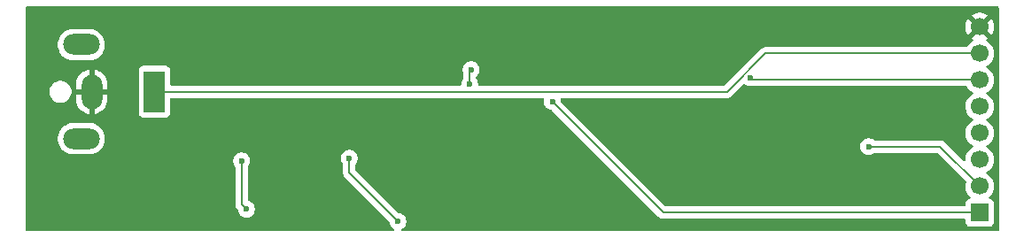
<source format=gbr>
%TF.GenerationSoftware,KiCad,Pcbnew,9.0.3*%
%TF.CreationDate,2025-11-02T19:13:38+05:00*%
%TF.ProjectId,zynq-7000-development-board,7a796e71-2d37-4303-9030-2d646576656c,rev?*%
%TF.SameCoordinates,Original*%
%TF.FileFunction,Copper,L2,Bot*%
%TF.FilePolarity,Positive*%
%FSLAX46Y46*%
G04 Gerber Fmt 4.6, Leading zero omitted, Abs format (unit mm)*
G04 Created by KiCad (PCBNEW 9.0.3) date 2025-11-02 19:13:38*
%MOMM*%
%LPD*%
G01*
G04 APERTURE LIST*
%TA.AperFunction,ComponentPad*%
%ADD10C,1.700000*%
%TD*%
%TA.AperFunction,ComponentPad*%
%ADD11R,1.700000X1.700000*%
%TD*%
%TA.AperFunction,ComponentPad*%
%ADD12R,2.000000X4.000000*%
%TD*%
%TA.AperFunction,ComponentPad*%
%ADD13O,2.000000X3.300000*%
%TD*%
%TA.AperFunction,ComponentPad*%
%ADD14O,3.500000X2.000000*%
%TD*%
%TA.AperFunction,ViaPad*%
%ADD15C,0.600000*%
%TD*%
%TA.AperFunction,Conductor*%
%ADD16C,0.200000*%
%TD*%
G04 APERTURE END LIST*
D10*
%TO.P,J2,8,Pin_8*%
%TO.N,GND*%
X196050000Y-105220000D03*
%TO.P,J2,7,Pin_7*%
%TO.N,12V*%
X196050000Y-107760000D03*
%TO.P,J2,6,Pin_6*%
%TO.N,5V*%
X196050000Y-110300000D03*
%TO.P,J2,5,Pin_5*%
%TO.N,3.3V*%
X196050000Y-112840000D03*
%TO.P,J2,4,Pin_4*%
%TO.N,1.8V*%
X196050000Y-115380000D03*
%TO.P,J2,3,Pin_3*%
%TO.N,1.5V*%
X196050000Y-117920000D03*
%TO.P,J2,2,Pin_2*%
%TO.N,1.25V*%
X196050000Y-120460000D03*
D11*
%TO.P,J2,1,Pin_1*%
%TO.N,1V*%
X196050000Y-123000000D03*
%TD*%
D12*
%TO.P,J1,1*%
%TO.N,12V*%
X117180000Y-111420000D03*
D13*
%TO.P,J1,2*%
%TO.N,GND*%
X111180000Y-111420000D03*
D14*
%TO.P,J1,MP*%
%TO.N,N/C*%
X110180000Y-106920000D03*
X110180000Y-115920000D03*
%TD*%
D15*
%TO.N,GND*%
X188240000Y-112590000D03*
X180490000Y-116350000D03*
X163660000Y-109690000D03*
%TO.N,Net-(U3-VO)*%
X147440000Y-109320000D03*
X147300000Y-110690000D03*
%TO.N,5V*%
X174110000Y-110080000D03*
%TO.N,1.8V*%
X125500000Y-118030000D03*
X125970000Y-122670000D03*
%TO.N,1.5V*%
X135790000Y-117790000D03*
X140440000Y-123850000D03*
%TO.N,1.25V*%
X185430000Y-116670000D03*
%TO.N,1V*%
X155200000Y-112380000D03*
%TD*%
D16*
%TO.N,GND*%
X163660000Y-109690000D02*
X163710000Y-109740000D01*
%TO.N,Net-(U3-VO)*%
X147300000Y-110690000D02*
X147300000Y-109460000D01*
X147300000Y-109460000D02*
X147440000Y-109320000D01*
%TO.N,12V*%
X196050000Y-107760000D02*
X175580057Y-107760000D01*
X175580057Y-107760000D02*
X171920057Y-111420000D01*
X171920057Y-111420000D02*
X117180000Y-111420000D01*
%TO.N,5V*%
X174330000Y-110300000D02*
X174110000Y-110080000D01*
X196050000Y-110300000D02*
X174330000Y-110300000D01*
%TO.N,1.8V*%
X125500000Y-122200000D02*
X125500000Y-118030000D01*
X125970000Y-122670000D02*
X125500000Y-122200000D01*
%TO.N,1.5V*%
X135790000Y-119200000D02*
X135790000Y-117790000D01*
X140440000Y-123850000D02*
X135790000Y-119200000D01*
%TO.N,1.25V*%
X192260000Y-116670000D02*
X185430000Y-116670000D01*
X196050000Y-120460000D02*
X192260000Y-116670000D01*
%TO.N,1V*%
X165820000Y-123000000D02*
X155200000Y-112380000D01*
X196050000Y-123000000D02*
X165820000Y-123000000D01*
%TD*%
%TA.AperFunction,Conductor*%
%TO.N,GND*%
G36*
X173591503Y-110700302D02*
G01*
X173617060Y-110713382D01*
X173730814Y-110789390D01*
X173730827Y-110789397D01*
X173876498Y-110849735D01*
X173876503Y-110849737D01*
X174031153Y-110880499D01*
X174031156Y-110880500D01*
X174031158Y-110880500D01*
X174159973Y-110880500D01*
X174192066Y-110884725D01*
X174201990Y-110887384D01*
X174250943Y-110900501D01*
X174250945Y-110900501D01*
X174416653Y-110900501D01*
X174416669Y-110900500D01*
X194764281Y-110900500D01*
X194831320Y-110920185D01*
X194874765Y-110968205D01*
X194894947Y-111007814D01*
X194894948Y-111007815D01*
X195019890Y-111179786D01*
X195170213Y-111330109D01*
X195342182Y-111455050D01*
X195350946Y-111459516D01*
X195401742Y-111507491D01*
X195418536Y-111575312D01*
X195395998Y-111641447D01*
X195350946Y-111680484D01*
X195342182Y-111684949D01*
X195170213Y-111809890D01*
X195019890Y-111960213D01*
X194894951Y-112132179D01*
X194798444Y-112321585D01*
X194732753Y-112523760D01*
X194699500Y-112733713D01*
X194699500Y-112946286D01*
X194731723Y-113149738D01*
X194732754Y-113156243D01*
X194740680Y-113180638D01*
X194798444Y-113358414D01*
X194894951Y-113547820D01*
X195019890Y-113719786D01*
X195170213Y-113870109D01*
X195342182Y-113995050D01*
X195350946Y-113999516D01*
X195401742Y-114047491D01*
X195418536Y-114115312D01*
X195395998Y-114181447D01*
X195350946Y-114220484D01*
X195342182Y-114224949D01*
X195170213Y-114349890D01*
X195019890Y-114500213D01*
X194894951Y-114672179D01*
X194798444Y-114861585D01*
X194732753Y-115063760D01*
X194699500Y-115273713D01*
X194699500Y-115486286D01*
X194732753Y-115696239D01*
X194798444Y-115898414D01*
X194894951Y-116087820D01*
X195019890Y-116259786D01*
X195170213Y-116410109D01*
X195342182Y-116535050D01*
X195350946Y-116539516D01*
X195401742Y-116587491D01*
X195418536Y-116655312D01*
X195395998Y-116721447D01*
X195350946Y-116760484D01*
X195342182Y-116764949D01*
X195170213Y-116889890D01*
X195019890Y-117040213D01*
X194894951Y-117212179D01*
X194798444Y-117401585D01*
X194732753Y-117603760D01*
X194699500Y-117813713D01*
X194699500Y-117960903D01*
X194679815Y-118027942D01*
X194627011Y-118073697D01*
X194557853Y-118083641D01*
X194494297Y-118054616D01*
X194487819Y-118048584D01*
X192747590Y-116308355D01*
X192747588Y-116308352D01*
X192628717Y-116189481D01*
X192628716Y-116189480D01*
X192541904Y-116139360D01*
X192541904Y-116139359D01*
X192541900Y-116139358D01*
X192491785Y-116110423D01*
X192339057Y-116069499D01*
X192180943Y-116069499D01*
X192173347Y-116069499D01*
X192173331Y-116069500D01*
X186009766Y-116069500D01*
X185942727Y-116049815D01*
X185940875Y-116048602D01*
X185809185Y-115960609D01*
X185809172Y-115960602D01*
X185663501Y-115900264D01*
X185663489Y-115900261D01*
X185508845Y-115869500D01*
X185508842Y-115869500D01*
X185351158Y-115869500D01*
X185351155Y-115869500D01*
X185196510Y-115900261D01*
X185196498Y-115900264D01*
X185050827Y-115960602D01*
X185050814Y-115960609D01*
X184919711Y-116048210D01*
X184919707Y-116048213D01*
X184808213Y-116159707D01*
X184808210Y-116159711D01*
X184720609Y-116290814D01*
X184720602Y-116290827D01*
X184660264Y-116436498D01*
X184660261Y-116436510D01*
X184629500Y-116591153D01*
X184629500Y-116748846D01*
X184660261Y-116903489D01*
X184660264Y-116903501D01*
X184720602Y-117049172D01*
X184720609Y-117049185D01*
X184808210Y-117180288D01*
X184808213Y-117180292D01*
X184919707Y-117291786D01*
X184919711Y-117291789D01*
X185050814Y-117379390D01*
X185050827Y-117379397D01*
X185150060Y-117420500D01*
X185196503Y-117439737D01*
X185351153Y-117470499D01*
X185351156Y-117470500D01*
X185351158Y-117470500D01*
X185508844Y-117470500D01*
X185508845Y-117470499D01*
X185663497Y-117439737D01*
X185809179Y-117379394D01*
X185897157Y-117320609D01*
X185940875Y-117291398D01*
X186007553Y-117270520D01*
X186009766Y-117270500D01*
X191959903Y-117270500D01*
X192026942Y-117290185D01*
X192047584Y-117306819D01*
X194716241Y-119975476D01*
X194749726Y-120036799D01*
X194746492Y-120101473D01*
X194732753Y-120143757D01*
X194699500Y-120353713D01*
X194699500Y-120566286D01*
X194732753Y-120776239D01*
X194798444Y-120978414D01*
X194894951Y-121167820D01*
X195019890Y-121339786D01*
X195133430Y-121453326D01*
X195166915Y-121514649D01*
X195161931Y-121584341D01*
X195120059Y-121640274D01*
X195089083Y-121657189D01*
X194957669Y-121706203D01*
X194957664Y-121706206D01*
X194842455Y-121792452D01*
X194842452Y-121792455D01*
X194756206Y-121907664D01*
X194756202Y-121907671D01*
X194705908Y-122042517D01*
X194699501Y-122102116D01*
X194699501Y-122102123D01*
X194699500Y-122102135D01*
X194699500Y-122275500D01*
X194679815Y-122342539D01*
X194627011Y-122388294D01*
X194575500Y-122399500D01*
X166120097Y-122399500D01*
X166053058Y-122379815D01*
X166032416Y-122363181D01*
X156034574Y-112365339D01*
X156025511Y-112348741D01*
X156012380Y-112335133D01*
X156001974Y-112305638D01*
X156001089Y-112304016D01*
X156000638Y-112301849D01*
X155974151Y-112168691D01*
X155980378Y-112099100D01*
X156023241Y-112043922D01*
X156089131Y-112020678D01*
X156095768Y-112020500D01*
X171833388Y-112020500D01*
X171833404Y-112020501D01*
X171841000Y-112020501D01*
X171999111Y-112020501D01*
X171999114Y-112020501D01*
X172151842Y-111979577D01*
X172201961Y-111950639D01*
X172288773Y-111900520D01*
X172400577Y-111788716D01*
X172400577Y-111788714D01*
X172410785Y-111778507D01*
X172410786Y-111778504D01*
X173460490Y-110728801D01*
X173521811Y-110695318D01*
X173591503Y-110700302D01*
G37*
%TD.AperFunction*%
%TA.AperFunction,Conductor*%
G36*
X197822539Y-103280185D02*
G01*
X197868294Y-103332989D01*
X197879500Y-103384500D01*
X197879500Y-124655500D01*
X197859815Y-124722539D01*
X197807011Y-124768294D01*
X197755500Y-124779500D01*
X140898541Y-124779500D01*
X140831502Y-124759815D01*
X140785747Y-124707011D01*
X140775803Y-124637853D01*
X140804828Y-124574297D01*
X140829650Y-124552398D01*
X140881661Y-124517644D01*
X140950289Y-124471789D01*
X141061789Y-124360289D01*
X141149394Y-124229179D01*
X141209737Y-124083497D01*
X141240500Y-123928842D01*
X141240500Y-123771158D01*
X141240500Y-123771155D01*
X141240499Y-123771153D01*
X141209738Y-123616510D01*
X141209737Y-123616503D01*
X141203109Y-123600501D01*
X141149397Y-123470827D01*
X141149390Y-123470814D01*
X141061789Y-123339711D01*
X141061786Y-123339707D01*
X140950292Y-123228213D01*
X140950288Y-123228210D01*
X140819185Y-123140609D01*
X140819172Y-123140602D01*
X140673501Y-123080264D01*
X140673491Y-123080261D01*
X140518149Y-123049361D01*
X140456238Y-123016976D01*
X140454660Y-123015425D01*
X136426819Y-118987584D01*
X136393334Y-118926261D01*
X136390500Y-118899903D01*
X136390500Y-118369765D01*
X136410185Y-118302726D01*
X136411398Y-118300874D01*
X136499390Y-118169185D01*
X136499390Y-118169184D01*
X136499394Y-118169179D01*
X136559737Y-118023497D01*
X136590500Y-117868842D01*
X136590500Y-117711158D01*
X136590500Y-117711155D01*
X136590499Y-117711153D01*
X136559738Y-117556510D01*
X136559737Y-117556503D01*
X136559735Y-117556498D01*
X136499397Y-117410827D01*
X136499390Y-117410814D01*
X136411789Y-117279711D01*
X136411786Y-117279707D01*
X136300292Y-117168213D01*
X136300288Y-117168210D01*
X136169185Y-117080609D01*
X136169172Y-117080602D01*
X136023501Y-117020264D01*
X136023489Y-117020261D01*
X135868845Y-116989500D01*
X135868842Y-116989500D01*
X135711158Y-116989500D01*
X135711155Y-116989500D01*
X135556510Y-117020261D01*
X135556498Y-117020264D01*
X135410827Y-117080602D01*
X135410814Y-117080609D01*
X135279711Y-117168210D01*
X135279707Y-117168213D01*
X135168213Y-117279707D01*
X135168210Y-117279711D01*
X135080609Y-117410814D01*
X135080602Y-117410827D01*
X135020264Y-117556498D01*
X135020261Y-117556510D01*
X134989500Y-117711153D01*
X134989500Y-117868846D01*
X135020261Y-118023489D01*
X135020264Y-118023501D01*
X135080602Y-118169172D01*
X135080609Y-118169185D01*
X135168602Y-118300874D01*
X135189480Y-118367551D01*
X135189500Y-118369765D01*
X135189500Y-119113330D01*
X135189499Y-119113348D01*
X135189499Y-119279054D01*
X135189498Y-119279054D01*
X135230423Y-119431785D01*
X135259358Y-119481900D01*
X135259359Y-119481904D01*
X135259360Y-119481904D01*
X135309479Y-119568714D01*
X135309481Y-119568717D01*
X135428349Y-119687585D01*
X135428355Y-119687590D01*
X139605425Y-123864660D01*
X139638910Y-123925983D01*
X139639361Y-123928149D01*
X139670261Y-124083491D01*
X139670264Y-124083501D01*
X139730602Y-124229172D01*
X139730609Y-124229185D01*
X139818210Y-124360288D01*
X139818213Y-124360292D01*
X139929707Y-124471786D01*
X139929711Y-124471789D01*
X140050350Y-124552398D01*
X140095155Y-124606010D01*
X140103862Y-124675335D01*
X140073708Y-124738363D01*
X140014264Y-124775082D01*
X139981459Y-124779500D01*
X104964500Y-124779500D01*
X104897461Y-124759815D01*
X104851706Y-124707011D01*
X104840500Y-124655500D01*
X104840500Y-117951153D01*
X124699500Y-117951153D01*
X124699500Y-118108846D01*
X124730261Y-118263489D01*
X124730264Y-118263501D01*
X124790602Y-118409172D01*
X124790609Y-118409185D01*
X124878602Y-118540874D01*
X124899480Y-118607551D01*
X124899500Y-118609765D01*
X124899500Y-122113330D01*
X124899499Y-122113348D01*
X124899499Y-122279054D01*
X124899498Y-122279054D01*
X124940424Y-122431789D01*
X124940425Y-122431790D01*
X124968407Y-122480255D01*
X124968409Y-122480257D01*
X125019479Y-122568714D01*
X125019481Y-122568717D01*
X125135426Y-122684662D01*
X125168911Y-122745985D01*
X125169362Y-122748151D01*
X125200261Y-122903491D01*
X125200264Y-122903501D01*
X125260602Y-123049172D01*
X125260609Y-123049185D01*
X125348210Y-123180288D01*
X125348213Y-123180292D01*
X125459707Y-123291786D01*
X125459711Y-123291789D01*
X125590814Y-123379390D01*
X125590827Y-123379397D01*
X125736498Y-123439735D01*
X125736503Y-123439737D01*
X125891153Y-123470499D01*
X125891156Y-123470500D01*
X125891158Y-123470500D01*
X126048844Y-123470500D01*
X126048845Y-123470499D01*
X126203497Y-123439737D01*
X126349179Y-123379394D01*
X126480289Y-123291789D01*
X126591789Y-123180289D01*
X126679394Y-123049179D01*
X126739737Y-122903497D01*
X126770500Y-122748842D01*
X126770500Y-122591158D01*
X126770500Y-122591155D01*
X126770499Y-122591153D01*
X126739738Y-122436510D01*
X126739737Y-122436503D01*
X126724410Y-122399500D01*
X126679397Y-122290827D01*
X126679390Y-122290814D01*
X126591789Y-122159711D01*
X126591786Y-122159707D01*
X126480292Y-122048213D01*
X126480288Y-122048210D01*
X126349185Y-121960609D01*
X126349172Y-121960602D01*
X126203501Y-121900264D01*
X126203487Y-121900260D01*
X126200304Y-121899627D01*
X126198791Y-121898835D01*
X126197665Y-121898494D01*
X126197729Y-121898280D01*
X126138394Y-121867240D01*
X126103822Y-121806523D01*
X126100500Y-121778011D01*
X126100500Y-118609765D01*
X126120185Y-118542726D01*
X126121398Y-118540874D01*
X126209390Y-118409185D01*
X126209390Y-118409184D01*
X126209394Y-118409179D01*
X126269737Y-118263497D01*
X126300500Y-118108842D01*
X126300500Y-117951158D01*
X126300500Y-117951155D01*
X126300499Y-117951153D01*
X126284127Y-117868846D01*
X126269737Y-117796503D01*
X126269735Y-117796498D01*
X126209397Y-117650827D01*
X126209390Y-117650814D01*
X126121789Y-117519711D01*
X126121786Y-117519707D01*
X126010292Y-117408213D01*
X126010288Y-117408210D01*
X125879185Y-117320609D01*
X125879172Y-117320602D01*
X125733501Y-117260264D01*
X125733489Y-117260261D01*
X125578845Y-117229500D01*
X125578842Y-117229500D01*
X125421158Y-117229500D01*
X125421155Y-117229500D01*
X125266510Y-117260261D01*
X125266498Y-117260264D01*
X125120827Y-117320602D01*
X125120814Y-117320609D01*
X124989711Y-117408210D01*
X124989707Y-117408213D01*
X124878213Y-117519707D01*
X124878210Y-117519711D01*
X124790609Y-117650814D01*
X124790602Y-117650827D01*
X124730264Y-117796498D01*
X124730261Y-117796510D01*
X124699500Y-117951153D01*
X104840500Y-117951153D01*
X104840500Y-115801902D01*
X107929500Y-115801902D01*
X107929500Y-116038097D01*
X107966446Y-116271368D01*
X108039433Y-116495996D01*
X108127300Y-116668443D01*
X108146657Y-116706433D01*
X108285483Y-116897510D01*
X108452490Y-117064517D01*
X108643567Y-117203343D01*
X108694903Y-117229500D01*
X108854003Y-117310566D01*
X108854005Y-117310566D01*
X108854008Y-117310568D01*
X108974412Y-117349689D01*
X109078631Y-117383553D01*
X109311903Y-117420500D01*
X109311908Y-117420500D01*
X111048097Y-117420500D01*
X111281368Y-117383553D01*
X111294180Y-117379390D01*
X111505992Y-117310568D01*
X111716433Y-117203343D01*
X111907510Y-117064517D01*
X112074517Y-116897510D01*
X112213343Y-116706433D01*
X112320568Y-116495992D01*
X112393553Y-116271368D01*
X112411238Y-116159711D01*
X112430500Y-116038097D01*
X112430500Y-115801902D01*
X112393553Y-115568631D01*
X112320566Y-115344003D01*
X112213342Y-115133566D01*
X112074517Y-114942490D01*
X111907510Y-114775483D01*
X111716433Y-114636657D01*
X111505996Y-114529433D01*
X111281368Y-114456446D01*
X111048097Y-114419500D01*
X111048092Y-114419500D01*
X109311908Y-114419500D01*
X109311903Y-114419500D01*
X109078631Y-114456446D01*
X108854003Y-114529433D01*
X108643566Y-114636657D01*
X108594675Y-114672179D01*
X108452490Y-114775483D01*
X108452488Y-114775485D01*
X108452487Y-114775485D01*
X108285485Y-114942487D01*
X108285485Y-114942488D01*
X108285483Y-114942490D01*
X108225862Y-115024550D01*
X108146657Y-115133566D01*
X108039433Y-115344003D01*
X107966446Y-115568631D01*
X107929500Y-115801902D01*
X104840500Y-115801902D01*
X104840500Y-111316530D01*
X107129500Y-111316530D01*
X107129500Y-111523469D01*
X107169868Y-111726412D01*
X107169870Y-111726420D01*
X107249058Y-111917596D01*
X107364024Y-112089657D01*
X107510342Y-112235975D01*
X107510345Y-112235977D01*
X107682402Y-112350941D01*
X107873580Y-112430130D01*
X108074519Y-112470099D01*
X108076530Y-112470499D01*
X108076534Y-112470500D01*
X108076535Y-112470500D01*
X108283466Y-112470500D01*
X108283467Y-112470499D01*
X108486420Y-112430130D01*
X108677598Y-112350941D01*
X108849655Y-112235977D01*
X108995977Y-112089655D01*
X109110941Y-111917598D01*
X109190130Y-111726420D01*
X109230500Y-111523465D01*
X109230500Y-111316535D01*
X109190130Y-111113580D01*
X109110941Y-110922402D01*
X108995977Y-110750345D01*
X108995975Y-110750342D01*
X108897580Y-110651947D01*
X109680000Y-110651947D01*
X109680000Y-111170000D01*
X110680000Y-111170000D01*
X110680000Y-111670000D01*
X109680000Y-111670000D01*
X109680000Y-112188052D01*
X109716934Y-112421247D01*
X109789897Y-112645802D01*
X109897085Y-112856171D01*
X110035866Y-113047186D01*
X110202813Y-113214133D01*
X110393828Y-113352914D01*
X110604195Y-113460102D01*
X110828744Y-113533063D01*
X110828750Y-113533065D01*
X110930000Y-113549101D01*
X110930000Y-112503012D01*
X110987007Y-112535925D01*
X111114174Y-112570000D01*
X111245826Y-112570000D01*
X111372993Y-112535925D01*
X111430000Y-112503012D01*
X111430000Y-113549100D01*
X111531249Y-113533065D01*
X111531255Y-113533063D01*
X111755804Y-113460102D01*
X111966171Y-113352914D01*
X112157186Y-113214133D01*
X112324133Y-113047186D01*
X112462914Y-112856171D01*
X112570102Y-112645802D01*
X112643065Y-112421247D01*
X112680000Y-112188052D01*
X112680000Y-111670000D01*
X111680000Y-111670000D01*
X111680000Y-111170000D01*
X112680000Y-111170000D01*
X112680000Y-110651947D01*
X112643065Y-110418752D01*
X112570102Y-110194197D01*
X112462914Y-109983828D01*
X112324133Y-109792813D01*
X112157186Y-109625866D01*
X111966171Y-109487085D01*
X111950874Y-109479291D01*
X111755802Y-109379897D01*
X111731913Y-109372135D01*
X115679500Y-109372135D01*
X115679500Y-113467870D01*
X115679501Y-113467876D01*
X115685908Y-113527483D01*
X115736202Y-113662328D01*
X115736206Y-113662335D01*
X115822452Y-113777544D01*
X115822455Y-113777547D01*
X115937664Y-113863793D01*
X115937671Y-113863797D01*
X116072517Y-113914091D01*
X116072516Y-113914091D01*
X116079444Y-113914835D01*
X116132127Y-113920500D01*
X118227872Y-113920499D01*
X118287483Y-113914091D01*
X118422331Y-113863796D01*
X118537546Y-113777546D01*
X118623796Y-113662331D01*
X118674091Y-113527483D01*
X118680500Y-113467873D01*
X118680500Y-112144500D01*
X118700185Y-112077461D01*
X118752989Y-112031706D01*
X118804500Y-112020500D01*
X154304232Y-112020500D01*
X154371271Y-112040185D01*
X154417026Y-112092989D01*
X154426970Y-112162147D01*
X154425849Y-112168692D01*
X154399500Y-112301155D01*
X154399500Y-112458846D01*
X154430261Y-112613489D01*
X154430264Y-112613501D01*
X154490602Y-112759172D01*
X154490609Y-112759185D01*
X154578210Y-112890288D01*
X154578213Y-112890292D01*
X154689707Y-113001786D01*
X154689711Y-113001789D01*
X154820814Y-113089390D01*
X154820827Y-113089397D01*
X154966498Y-113149735D01*
X154966503Y-113149737D01*
X155031147Y-113162595D01*
X155121849Y-113180638D01*
X155183760Y-113213023D01*
X155185339Y-113214574D01*
X165335139Y-123364374D01*
X165335149Y-123364385D01*
X165339479Y-123368715D01*
X165339480Y-123368716D01*
X165451284Y-123480520D01*
X165538095Y-123530639D01*
X165538097Y-123530641D01*
X165576151Y-123552611D01*
X165588215Y-123559577D01*
X165740943Y-123600501D01*
X165740946Y-123600501D01*
X165906653Y-123600501D01*
X165906669Y-123600500D01*
X194575501Y-123600500D01*
X194642540Y-123620185D01*
X194688295Y-123672989D01*
X194699501Y-123724500D01*
X194699501Y-123897876D01*
X194705908Y-123957483D01*
X194756202Y-124092328D01*
X194756206Y-124092335D01*
X194842452Y-124207544D01*
X194842455Y-124207547D01*
X194957664Y-124293793D01*
X194957671Y-124293797D01*
X195092517Y-124344091D01*
X195092516Y-124344091D01*
X195099444Y-124344835D01*
X195152127Y-124350500D01*
X196947872Y-124350499D01*
X197007483Y-124344091D01*
X197142331Y-124293796D01*
X197257546Y-124207546D01*
X197343796Y-124092331D01*
X197394091Y-123957483D01*
X197400500Y-123897873D01*
X197400499Y-122102128D01*
X197394091Y-122042517D01*
X197363541Y-121960609D01*
X197343797Y-121907671D01*
X197343793Y-121907664D01*
X197257547Y-121792455D01*
X197257544Y-121792452D01*
X197142335Y-121706206D01*
X197142328Y-121706202D01*
X197010917Y-121657189D01*
X196954983Y-121615318D01*
X196930566Y-121549853D01*
X196945418Y-121481580D01*
X196966563Y-121453332D01*
X197080104Y-121339792D01*
X197205051Y-121167816D01*
X197301557Y-120978412D01*
X197367246Y-120776243D01*
X197400500Y-120566287D01*
X197400500Y-120353713D01*
X197367246Y-120143757D01*
X197301557Y-119941588D01*
X197205051Y-119752184D01*
X197205049Y-119752181D01*
X197205048Y-119752179D01*
X197080109Y-119580213D01*
X196929786Y-119429890D01*
X196757820Y-119304951D01*
X196757115Y-119304591D01*
X196749054Y-119300485D01*
X196698259Y-119252512D01*
X196681463Y-119184692D01*
X196703999Y-119118556D01*
X196749054Y-119079515D01*
X196757816Y-119075051D01*
X196878205Y-118987584D01*
X196929786Y-118950109D01*
X196929788Y-118950106D01*
X196929792Y-118950104D01*
X197080104Y-118799792D01*
X197080106Y-118799788D01*
X197080109Y-118799786D01*
X197205048Y-118627820D01*
X197205047Y-118627820D01*
X197205051Y-118627816D01*
X197301557Y-118438412D01*
X197367246Y-118236243D01*
X197400500Y-118026287D01*
X197400500Y-117813713D01*
X197367246Y-117603757D01*
X197301557Y-117401588D01*
X197205051Y-117212184D01*
X197205049Y-117212181D01*
X197205048Y-117212179D01*
X197080109Y-117040213D01*
X196929786Y-116889890D01*
X196757820Y-116764951D01*
X196757115Y-116764591D01*
X196749054Y-116760485D01*
X196698259Y-116712512D01*
X196681463Y-116644692D01*
X196703999Y-116578556D01*
X196749054Y-116539515D01*
X196757816Y-116535051D01*
X196811571Y-116495996D01*
X196929786Y-116410109D01*
X196929788Y-116410106D01*
X196929792Y-116410104D01*
X197080104Y-116259792D01*
X197080106Y-116259788D01*
X197080109Y-116259786D01*
X197205048Y-116087820D01*
X197205047Y-116087820D01*
X197205051Y-116087816D01*
X197301557Y-115898412D01*
X197367246Y-115696243D01*
X197400500Y-115486287D01*
X197400500Y-115273713D01*
X197367246Y-115063757D01*
X197301557Y-114861588D01*
X197205051Y-114672184D01*
X197205049Y-114672181D01*
X197205048Y-114672179D01*
X197080109Y-114500213D01*
X196929786Y-114349890D01*
X196757820Y-114224951D01*
X196757115Y-114224591D01*
X196749054Y-114220485D01*
X196698259Y-114172512D01*
X196681463Y-114104692D01*
X196703999Y-114038556D01*
X196749054Y-113999515D01*
X196757816Y-113995051D01*
X196779789Y-113979086D01*
X196929786Y-113870109D01*
X196929788Y-113870106D01*
X196929792Y-113870104D01*
X197080104Y-113719792D01*
X197080106Y-113719788D01*
X197080109Y-113719786D01*
X197205048Y-113547820D01*
X197205047Y-113547820D01*
X197205051Y-113547816D01*
X197301557Y-113358412D01*
X197367246Y-113156243D01*
X197400500Y-112946287D01*
X197400500Y-112733713D01*
X197367246Y-112523757D01*
X197301557Y-112321588D01*
X197205051Y-112132184D01*
X197205049Y-112132181D01*
X197205048Y-112132179D01*
X197080109Y-111960213D01*
X196929786Y-111809890D01*
X196757820Y-111684951D01*
X196757115Y-111684591D01*
X196749054Y-111680485D01*
X196698259Y-111632512D01*
X196681463Y-111564692D01*
X196703999Y-111498556D01*
X196749054Y-111459515D01*
X196757816Y-111455051D01*
X196779789Y-111439086D01*
X196929786Y-111330109D01*
X196929788Y-111330106D01*
X196929792Y-111330104D01*
X197080104Y-111179792D01*
X197080106Y-111179788D01*
X197080109Y-111179786D01*
X197205048Y-111007820D01*
X197205047Y-111007820D01*
X197205051Y-111007816D01*
X197301557Y-110818412D01*
X197367246Y-110616243D01*
X197400500Y-110406287D01*
X197400500Y-110193713D01*
X197367246Y-109983757D01*
X197301557Y-109781588D01*
X197205051Y-109592184D01*
X197205049Y-109592181D01*
X197205048Y-109592179D01*
X197080109Y-109420213D01*
X196929786Y-109269890D01*
X196757820Y-109144951D01*
X196757115Y-109144591D01*
X196749054Y-109140485D01*
X196698259Y-109092512D01*
X196681463Y-109024692D01*
X196703999Y-108958556D01*
X196749054Y-108919515D01*
X196757816Y-108915051D01*
X196779789Y-108899086D01*
X196929786Y-108790109D01*
X196929788Y-108790106D01*
X196929792Y-108790104D01*
X197080104Y-108639792D01*
X197080106Y-108639788D01*
X197080109Y-108639786D01*
X197205048Y-108467820D01*
X197205047Y-108467820D01*
X197205051Y-108467816D01*
X197301557Y-108278412D01*
X197367246Y-108076243D01*
X197400500Y-107866287D01*
X197400500Y-107653713D01*
X197367246Y-107443757D01*
X197301557Y-107241588D01*
X197205051Y-107052184D01*
X197205049Y-107052181D01*
X197205048Y-107052179D01*
X197080109Y-106880213D01*
X196929786Y-106729890D01*
X196757817Y-106604949D01*
X196748504Y-106600204D01*
X196697707Y-106552230D01*
X196680912Y-106484409D01*
X196703449Y-106418274D01*
X196748507Y-106379232D01*
X196757555Y-106374622D01*
X196811716Y-106335270D01*
X196811717Y-106335270D01*
X196179408Y-105702962D01*
X196242993Y-105685925D01*
X196357007Y-105620099D01*
X196450099Y-105527007D01*
X196515925Y-105412993D01*
X196532962Y-105349408D01*
X197165270Y-105981717D01*
X197165270Y-105981716D01*
X197204622Y-105927554D01*
X197301095Y-105738217D01*
X197366757Y-105536130D01*
X197366757Y-105536127D01*
X197400000Y-105326246D01*
X197400000Y-105113753D01*
X197366757Y-104903872D01*
X197366757Y-104903869D01*
X197301095Y-104701782D01*
X197204624Y-104512449D01*
X197165270Y-104458282D01*
X197165269Y-104458282D01*
X196532962Y-105090590D01*
X196515925Y-105027007D01*
X196450099Y-104912993D01*
X196357007Y-104819901D01*
X196242993Y-104754075D01*
X196179409Y-104737037D01*
X196811716Y-104104728D01*
X196757550Y-104065375D01*
X196568217Y-103968904D01*
X196366129Y-103903242D01*
X196156246Y-103870000D01*
X195943754Y-103870000D01*
X195733872Y-103903242D01*
X195733869Y-103903242D01*
X195531782Y-103968904D01*
X195342439Y-104065380D01*
X195288282Y-104104727D01*
X195288282Y-104104728D01*
X195920591Y-104737037D01*
X195857007Y-104754075D01*
X195742993Y-104819901D01*
X195649901Y-104912993D01*
X195584075Y-105027007D01*
X195567037Y-105090591D01*
X194934728Y-104458282D01*
X194934727Y-104458282D01*
X194895380Y-104512439D01*
X194798904Y-104701782D01*
X194733242Y-104903869D01*
X194733242Y-104903872D01*
X194700000Y-105113753D01*
X194700000Y-105326246D01*
X194733242Y-105536127D01*
X194733242Y-105536130D01*
X194798904Y-105738217D01*
X194895375Y-105927550D01*
X194934728Y-105981716D01*
X195567037Y-105349408D01*
X195584075Y-105412993D01*
X195649901Y-105527007D01*
X195742993Y-105620099D01*
X195857007Y-105685925D01*
X195920590Y-105702962D01*
X195288282Y-106335269D01*
X195288282Y-106335270D01*
X195342452Y-106374626D01*
X195342451Y-106374626D01*
X195351495Y-106379234D01*
X195402292Y-106427208D01*
X195419087Y-106495029D01*
X195396550Y-106561164D01*
X195351499Y-106600202D01*
X195342182Y-106604949D01*
X195170213Y-106729890D01*
X195019890Y-106880213D01*
X194894948Y-107052184D01*
X194894947Y-107052185D01*
X194874765Y-107091795D01*
X194826791Y-107142591D01*
X194764281Y-107159500D01*
X175666727Y-107159500D01*
X175666711Y-107159499D01*
X175659115Y-107159499D01*
X175501000Y-107159499D01*
X175424636Y-107179961D01*
X175348271Y-107200423D01*
X175348266Y-107200426D01*
X175211347Y-107279475D01*
X175211339Y-107279481D01*
X171707641Y-110783181D01*
X171646318Y-110816666D01*
X171619960Y-110819500D01*
X148224500Y-110819500D01*
X148157461Y-110799815D01*
X148111706Y-110747011D01*
X148100500Y-110695500D01*
X148100500Y-110611155D01*
X148100499Y-110611153D01*
X148076213Y-110489059D01*
X148069737Y-110456503D01*
X148050421Y-110409870D01*
X148009397Y-110310827D01*
X148009390Y-110310814D01*
X147921398Y-110179125D01*
X147915747Y-110161078D01*
X147905523Y-110145169D01*
X147901071Y-110114207D01*
X147900520Y-110112447D01*
X147900500Y-110110234D01*
X147900500Y-110041297D01*
X147920185Y-109974258D01*
X147945836Y-109945443D01*
X147950279Y-109941795D01*
X147950289Y-109941789D01*
X148061789Y-109830289D01*
X148149394Y-109699179D01*
X148209737Y-109553497D01*
X148240500Y-109398842D01*
X148240500Y-109241158D01*
X148240500Y-109241155D01*
X148240499Y-109241153D01*
X148209737Y-109086503D01*
X148186333Y-109030000D01*
X148149397Y-108940827D01*
X148149390Y-108940814D01*
X148061789Y-108809711D01*
X148061786Y-108809707D01*
X147950292Y-108698213D01*
X147950288Y-108698210D01*
X147819185Y-108610609D01*
X147819172Y-108610602D01*
X147673501Y-108550264D01*
X147673489Y-108550261D01*
X147518845Y-108519500D01*
X147518842Y-108519500D01*
X147361158Y-108519500D01*
X147361155Y-108519500D01*
X147206510Y-108550261D01*
X147206498Y-108550264D01*
X147060827Y-108610602D01*
X147060814Y-108610609D01*
X146929711Y-108698210D01*
X146929707Y-108698213D01*
X146818213Y-108809707D01*
X146818210Y-108809711D01*
X146730609Y-108940814D01*
X146730602Y-108940827D01*
X146670264Y-109086498D01*
X146670261Y-109086510D01*
X146639500Y-109241153D01*
X146639500Y-109398846D01*
X146670261Y-109553489D01*
X146670263Y-109553497D01*
X146690061Y-109601293D01*
X146699500Y-109648746D01*
X146699500Y-110110234D01*
X146679815Y-110177273D01*
X146678602Y-110179125D01*
X146590609Y-110310814D01*
X146590602Y-110310827D01*
X146530264Y-110456498D01*
X146530261Y-110456510D01*
X146499500Y-110611153D01*
X146499500Y-110695500D01*
X146479815Y-110762539D01*
X146427011Y-110808294D01*
X146375500Y-110819500D01*
X118804499Y-110819500D01*
X118737460Y-110799815D01*
X118691705Y-110747011D01*
X118680499Y-110695500D01*
X118680499Y-109372129D01*
X118680498Y-109372123D01*
X118680497Y-109372116D01*
X118674091Y-109312517D01*
X118666027Y-109290897D01*
X118623797Y-109177671D01*
X118623793Y-109177664D01*
X118537547Y-109062455D01*
X118537544Y-109062452D01*
X118422335Y-108976206D01*
X118422328Y-108976202D01*
X118287482Y-108925908D01*
X118287483Y-108925908D01*
X118227883Y-108919501D01*
X118227881Y-108919500D01*
X118227873Y-108919500D01*
X118227864Y-108919500D01*
X116132129Y-108919500D01*
X116132123Y-108919501D01*
X116072516Y-108925908D01*
X115937671Y-108976202D01*
X115937664Y-108976206D01*
X115822455Y-109062452D01*
X115822452Y-109062455D01*
X115736206Y-109177664D01*
X115736202Y-109177671D01*
X115685908Y-109312517D01*
X115679501Y-109372116D01*
X115679501Y-109372123D01*
X115679500Y-109372135D01*
X111731913Y-109372135D01*
X111531247Y-109306934D01*
X111430000Y-109290897D01*
X111430000Y-110336988D01*
X111372993Y-110304075D01*
X111245826Y-110270000D01*
X111114174Y-110270000D01*
X110987007Y-110304075D01*
X110930000Y-110336988D01*
X110930000Y-109290897D01*
X110828752Y-109306934D01*
X110604197Y-109379897D01*
X110393828Y-109487085D01*
X110202813Y-109625866D01*
X110035866Y-109792813D01*
X109897085Y-109983828D01*
X109789897Y-110194197D01*
X109716934Y-110418752D01*
X109680000Y-110651947D01*
X108897580Y-110651947D01*
X108849657Y-110604024D01*
X108763626Y-110546541D01*
X108677598Y-110489059D01*
X108614669Y-110462993D01*
X108486420Y-110409870D01*
X108486412Y-110409868D01*
X108283469Y-110369500D01*
X108283465Y-110369500D01*
X108076535Y-110369500D01*
X108076530Y-110369500D01*
X107873587Y-110409868D01*
X107873579Y-110409870D01*
X107682403Y-110489058D01*
X107510342Y-110604024D01*
X107364024Y-110750342D01*
X107249058Y-110922403D01*
X107169870Y-111113579D01*
X107169868Y-111113587D01*
X107129500Y-111316530D01*
X104840500Y-111316530D01*
X104840500Y-106801902D01*
X107929500Y-106801902D01*
X107929500Y-107038097D01*
X107966446Y-107271368D01*
X108039433Y-107495996D01*
X108119795Y-107653713D01*
X108146657Y-107706433D01*
X108285483Y-107897510D01*
X108452490Y-108064517D01*
X108643567Y-108203343D01*
X108742991Y-108254002D01*
X108854003Y-108310566D01*
X108854005Y-108310566D01*
X108854008Y-108310568D01*
X108974412Y-108349689D01*
X109078631Y-108383553D01*
X109311903Y-108420500D01*
X109311908Y-108420500D01*
X111048097Y-108420500D01*
X111281368Y-108383553D01*
X111291734Y-108380185D01*
X111505992Y-108310568D01*
X111716433Y-108203343D01*
X111907510Y-108064517D01*
X112074517Y-107897510D01*
X112213343Y-107706433D01*
X112320568Y-107495992D01*
X112393553Y-107271368D01*
X112404789Y-107200426D01*
X112430500Y-107038097D01*
X112430500Y-106801902D01*
X112393553Y-106568631D01*
X112347601Y-106427208D01*
X112320568Y-106344008D01*
X112320566Y-106344005D01*
X112320566Y-106344003D01*
X112213342Y-106133566D01*
X112074517Y-105942490D01*
X111907510Y-105775483D01*
X111716433Y-105636657D01*
X111683936Y-105620099D01*
X111505996Y-105529433D01*
X111281368Y-105456446D01*
X111048097Y-105419500D01*
X111048092Y-105419500D01*
X109311908Y-105419500D01*
X109311903Y-105419500D01*
X109078631Y-105456446D01*
X108854003Y-105529433D01*
X108643566Y-105636657D01*
X108534550Y-105715862D01*
X108452490Y-105775483D01*
X108452488Y-105775485D01*
X108452487Y-105775485D01*
X108285485Y-105942487D01*
X108285485Y-105942488D01*
X108285483Y-105942490D01*
X108256984Y-105981716D01*
X108146657Y-106133566D01*
X108039433Y-106344003D01*
X107966446Y-106568631D01*
X107929500Y-106801902D01*
X104840500Y-106801902D01*
X104840500Y-103384500D01*
X104860185Y-103317461D01*
X104912989Y-103271706D01*
X104964500Y-103260500D01*
X197755500Y-103260500D01*
X197822539Y-103280185D01*
G37*
%TD.AperFunction*%
%TD*%
M02*

</source>
